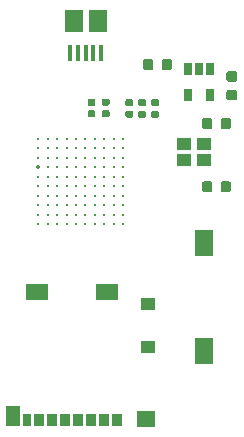
<source format=gbr>
G04 #@! TF.GenerationSoftware,KiCad,Pcbnew,5.0.2-bee76a0~70~ubuntu18.04.1*
G04 #@! TF.CreationDate,2018-12-10T15:17:23+01:00*
G04 #@! TF.ProjectId,sammyultra,73616d6d-7975-46c7-9472-612e6b696361,rev?*
G04 #@! TF.SameCoordinates,Original*
G04 #@! TF.FileFunction,Paste,Top*
G04 #@! TF.FilePolarity,Positive*
%FSLAX46Y46*%
G04 Gerber Fmt 4.6, Leading zero omitted, Abs format (unit mm)*
G04 Created by KiCad (PCBNEW 5.0.2-bee76a0~70~ubuntu18.04.1) date 2018-12-10T15:17:23 CET*
%MOMM*%
%LPD*%
G01*
G04 APERTURE LIST*
%ADD10R,1.600000X2.180000*%
%ADD11R,1.150000X1.000000*%
%ADD12C,0.100000*%
%ADD13C,0.875000*%
%ADD14C,0.590000*%
%ADD15R,0.750000X1.100000*%
%ADD16R,0.850000X1.100000*%
%ADD17R,0.875000X1.100000*%
%ADD18R,1.200000X1.000000*%
%ADD19R,1.900000X1.350000*%
%ADD20R,1.170000X1.800000*%
%ADD21R,1.550000X1.350000*%
%ADD22R,1.500000X1.900000*%
%ADD23R,0.400000X1.350000*%
%ADD24R,0.650000X1.060000*%
%ADD25C,0.320000*%
%ADD26C,0.350000*%
G04 APERTURE END LIST*
D10*
G04 #@! TO.C,SW1*
X105400000Y-100210000D03*
X105400000Y-109390000D03*
G04 #@! TD*
D11*
G04 #@! TO.C,Y1*
X103725000Y-93200000D03*
X105475000Y-93200000D03*
X105475000Y-91800000D03*
X103725000Y-91800000D03*
G04 #@! TD*
D12*
G04 #@! TO.C,C15*
G36*
X107527691Y-89626053D02*
X107548926Y-89629203D01*
X107569750Y-89634419D01*
X107589962Y-89641651D01*
X107609368Y-89650830D01*
X107627781Y-89661866D01*
X107645024Y-89674654D01*
X107660930Y-89689070D01*
X107675346Y-89704976D01*
X107688134Y-89722219D01*
X107699170Y-89740632D01*
X107708349Y-89760038D01*
X107715581Y-89780250D01*
X107720797Y-89801074D01*
X107723947Y-89822309D01*
X107725000Y-89843750D01*
X107725000Y-90356250D01*
X107723947Y-90377691D01*
X107720797Y-90398926D01*
X107715581Y-90419750D01*
X107708349Y-90439962D01*
X107699170Y-90459368D01*
X107688134Y-90477781D01*
X107675346Y-90495024D01*
X107660930Y-90510930D01*
X107645024Y-90525346D01*
X107627781Y-90538134D01*
X107609368Y-90549170D01*
X107589962Y-90558349D01*
X107569750Y-90565581D01*
X107548926Y-90570797D01*
X107527691Y-90573947D01*
X107506250Y-90575000D01*
X107068750Y-90575000D01*
X107047309Y-90573947D01*
X107026074Y-90570797D01*
X107005250Y-90565581D01*
X106985038Y-90558349D01*
X106965632Y-90549170D01*
X106947219Y-90538134D01*
X106929976Y-90525346D01*
X106914070Y-90510930D01*
X106899654Y-90495024D01*
X106886866Y-90477781D01*
X106875830Y-90459368D01*
X106866651Y-90439962D01*
X106859419Y-90419750D01*
X106854203Y-90398926D01*
X106851053Y-90377691D01*
X106850000Y-90356250D01*
X106850000Y-89843750D01*
X106851053Y-89822309D01*
X106854203Y-89801074D01*
X106859419Y-89780250D01*
X106866651Y-89760038D01*
X106875830Y-89740632D01*
X106886866Y-89722219D01*
X106899654Y-89704976D01*
X106914070Y-89689070D01*
X106929976Y-89674654D01*
X106947219Y-89661866D01*
X106965632Y-89650830D01*
X106985038Y-89641651D01*
X107005250Y-89634419D01*
X107026074Y-89629203D01*
X107047309Y-89626053D01*
X107068750Y-89625000D01*
X107506250Y-89625000D01*
X107527691Y-89626053D01*
X107527691Y-89626053D01*
G37*
D13*
X107287500Y-90100000D03*
D12*
G36*
X105952691Y-89626053D02*
X105973926Y-89629203D01*
X105994750Y-89634419D01*
X106014962Y-89641651D01*
X106034368Y-89650830D01*
X106052781Y-89661866D01*
X106070024Y-89674654D01*
X106085930Y-89689070D01*
X106100346Y-89704976D01*
X106113134Y-89722219D01*
X106124170Y-89740632D01*
X106133349Y-89760038D01*
X106140581Y-89780250D01*
X106145797Y-89801074D01*
X106148947Y-89822309D01*
X106150000Y-89843750D01*
X106150000Y-90356250D01*
X106148947Y-90377691D01*
X106145797Y-90398926D01*
X106140581Y-90419750D01*
X106133349Y-90439962D01*
X106124170Y-90459368D01*
X106113134Y-90477781D01*
X106100346Y-90495024D01*
X106085930Y-90510930D01*
X106070024Y-90525346D01*
X106052781Y-90538134D01*
X106034368Y-90549170D01*
X106014962Y-90558349D01*
X105994750Y-90565581D01*
X105973926Y-90570797D01*
X105952691Y-90573947D01*
X105931250Y-90575000D01*
X105493750Y-90575000D01*
X105472309Y-90573947D01*
X105451074Y-90570797D01*
X105430250Y-90565581D01*
X105410038Y-90558349D01*
X105390632Y-90549170D01*
X105372219Y-90538134D01*
X105354976Y-90525346D01*
X105339070Y-90510930D01*
X105324654Y-90495024D01*
X105311866Y-90477781D01*
X105300830Y-90459368D01*
X105291651Y-90439962D01*
X105284419Y-90419750D01*
X105279203Y-90398926D01*
X105276053Y-90377691D01*
X105275000Y-90356250D01*
X105275000Y-89843750D01*
X105276053Y-89822309D01*
X105279203Y-89801074D01*
X105284419Y-89780250D01*
X105291651Y-89760038D01*
X105300830Y-89740632D01*
X105311866Y-89722219D01*
X105324654Y-89704976D01*
X105339070Y-89689070D01*
X105354976Y-89674654D01*
X105372219Y-89661866D01*
X105390632Y-89650830D01*
X105410038Y-89641651D01*
X105430250Y-89634419D01*
X105451074Y-89629203D01*
X105472309Y-89626053D01*
X105493750Y-89625000D01*
X105931250Y-89625000D01*
X105952691Y-89626053D01*
X105952691Y-89626053D01*
G37*
D13*
X105712500Y-90100000D03*
G04 #@! TD*
D12*
G04 #@! TO.C,C16*
G36*
X105952691Y-94976053D02*
X105973926Y-94979203D01*
X105994750Y-94984419D01*
X106014962Y-94991651D01*
X106034368Y-95000830D01*
X106052781Y-95011866D01*
X106070024Y-95024654D01*
X106085930Y-95039070D01*
X106100346Y-95054976D01*
X106113134Y-95072219D01*
X106124170Y-95090632D01*
X106133349Y-95110038D01*
X106140581Y-95130250D01*
X106145797Y-95151074D01*
X106148947Y-95172309D01*
X106150000Y-95193750D01*
X106150000Y-95706250D01*
X106148947Y-95727691D01*
X106145797Y-95748926D01*
X106140581Y-95769750D01*
X106133349Y-95789962D01*
X106124170Y-95809368D01*
X106113134Y-95827781D01*
X106100346Y-95845024D01*
X106085930Y-95860930D01*
X106070024Y-95875346D01*
X106052781Y-95888134D01*
X106034368Y-95899170D01*
X106014962Y-95908349D01*
X105994750Y-95915581D01*
X105973926Y-95920797D01*
X105952691Y-95923947D01*
X105931250Y-95925000D01*
X105493750Y-95925000D01*
X105472309Y-95923947D01*
X105451074Y-95920797D01*
X105430250Y-95915581D01*
X105410038Y-95908349D01*
X105390632Y-95899170D01*
X105372219Y-95888134D01*
X105354976Y-95875346D01*
X105339070Y-95860930D01*
X105324654Y-95845024D01*
X105311866Y-95827781D01*
X105300830Y-95809368D01*
X105291651Y-95789962D01*
X105284419Y-95769750D01*
X105279203Y-95748926D01*
X105276053Y-95727691D01*
X105275000Y-95706250D01*
X105275000Y-95193750D01*
X105276053Y-95172309D01*
X105279203Y-95151074D01*
X105284419Y-95130250D01*
X105291651Y-95110038D01*
X105300830Y-95090632D01*
X105311866Y-95072219D01*
X105324654Y-95054976D01*
X105339070Y-95039070D01*
X105354976Y-95024654D01*
X105372219Y-95011866D01*
X105390632Y-95000830D01*
X105410038Y-94991651D01*
X105430250Y-94984419D01*
X105451074Y-94979203D01*
X105472309Y-94976053D01*
X105493750Y-94975000D01*
X105931250Y-94975000D01*
X105952691Y-94976053D01*
X105952691Y-94976053D01*
G37*
D13*
X105712500Y-95450000D03*
D12*
G36*
X107527691Y-94976053D02*
X107548926Y-94979203D01*
X107569750Y-94984419D01*
X107589962Y-94991651D01*
X107609368Y-95000830D01*
X107627781Y-95011866D01*
X107645024Y-95024654D01*
X107660930Y-95039070D01*
X107675346Y-95054976D01*
X107688134Y-95072219D01*
X107699170Y-95090632D01*
X107708349Y-95110038D01*
X107715581Y-95130250D01*
X107720797Y-95151074D01*
X107723947Y-95172309D01*
X107725000Y-95193750D01*
X107725000Y-95706250D01*
X107723947Y-95727691D01*
X107720797Y-95748926D01*
X107715581Y-95769750D01*
X107708349Y-95789962D01*
X107699170Y-95809368D01*
X107688134Y-95827781D01*
X107675346Y-95845024D01*
X107660930Y-95860930D01*
X107645024Y-95875346D01*
X107627781Y-95888134D01*
X107609368Y-95899170D01*
X107589962Y-95908349D01*
X107569750Y-95915581D01*
X107548926Y-95920797D01*
X107527691Y-95923947D01*
X107506250Y-95925000D01*
X107068750Y-95925000D01*
X107047309Y-95923947D01*
X107026074Y-95920797D01*
X107005250Y-95915581D01*
X106985038Y-95908349D01*
X106965632Y-95899170D01*
X106947219Y-95888134D01*
X106929976Y-95875346D01*
X106914070Y-95860930D01*
X106899654Y-95845024D01*
X106886866Y-95827781D01*
X106875830Y-95809368D01*
X106866651Y-95789962D01*
X106859419Y-95769750D01*
X106854203Y-95748926D01*
X106851053Y-95727691D01*
X106850000Y-95706250D01*
X106850000Y-95193750D01*
X106851053Y-95172309D01*
X106854203Y-95151074D01*
X106859419Y-95130250D01*
X106866651Y-95110038D01*
X106875830Y-95090632D01*
X106886866Y-95072219D01*
X106899654Y-95054976D01*
X106914070Y-95039070D01*
X106929976Y-95024654D01*
X106947219Y-95011866D01*
X106965632Y-95000830D01*
X106985038Y-94991651D01*
X107005250Y-94984419D01*
X107026074Y-94979203D01*
X107047309Y-94976053D01*
X107068750Y-94975000D01*
X107506250Y-94975000D01*
X107527691Y-94976053D01*
X107527691Y-94976053D01*
G37*
D13*
X107287500Y-95450000D03*
G04 #@! TD*
D12*
G04 #@! TO.C,R1*
G36*
X97306958Y-87980710D02*
X97321276Y-87982834D01*
X97335317Y-87986351D01*
X97348946Y-87991228D01*
X97362031Y-87997417D01*
X97374447Y-88004858D01*
X97386073Y-88013481D01*
X97396798Y-88023202D01*
X97406519Y-88033927D01*
X97415142Y-88045553D01*
X97422583Y-88057969D01*
X97428772Y-88071054D01*
X97433649Y-88084683D01*
X97437166Y-88098724D01*
X97439290Y-88113042D01*
X97440000Y-88127500D01*
X97440000Y-88422500D01*
X97439290Y-88436958D01*
X97437166Y-88451276D01*
X97433649Y-88465317D01*
X97428772Y-88478946D01*
X97422583Y-88492031D01*
X97415142Y-88504447D01*
X97406519Y-88516073D01*
X97396798Y-88526798D01*
X97386073Y-88536519D01*
X97374447Y-88545142D01*
X97362031Y-88552583D01*
X97348946Y-88558772D01*
X97335317Y-88563649D01*
X97321276Y-88567166D01*
X97306958Y-88569290D01*
X97292500Y-88570000D01*
X96947500Y-88570000D01*
X96933042Y-88569290D01*
X96918724Y-88567166D01*
X96904683Y-88563649D01*
X96891054Y-88558772D01*
X96877969Y-88552583D01*
X96865553Y-88545142D01*
X96853927Y-88536519D01*
X96843202Y-88526798D01*
X96833481Y-88516073D01*
X96824858Y-88504447D01*
X96817417Y-88492031D01*
X96811228Y-88478946D01*
X96806351Y-88465317D01*
X96802834Y-88451276D01*
X96800710Y-88436958D01*
X96800000Y-88422500D01*
X96800000Y-88127500D01*
X96800710Y-88113042D01*
X96802834Y-88098724D01*
X96806351Y-88084683D01*
X96811228Y-88071054D01*
X96817417Y-88057969D01*
X96824858Y-88045553D01*
X96833481Y-88033927D01*
X96843202Y-88023202D01*
X96853927Y-88013481D01*
X96865553Y-88004858D01*
X96877969Y-87997417D01*
X96891054Y-87991228D01*
X96904683Y-87986351D01*
X96918724Y-87982834D01*
X96933042Y-87980710D01*
X96947500Y-87980000D01*
X97292500Y-87980000D01*
X97306958Y-87980710D01*
X97306958Y-87980710D01*
G37*
D14*
X97120000Y-88275000D03*
D12*
G36*
X97306958Y-88950710D02*
X97321276Y-88952834D01*
X97335317Y-88956351D01*
X97348946Y-88961228D01*
X97362031Y-88967417D01*
X97374447Y-88974858D01*
X97386073Y-88983481D01*
X97396798Y-88993202D01*
X97406519Y-89003927D01*
X97415142Y-89015553D01*
X97422583Y-89027969D01*
X97428772Y-89041054D01*
X97433649Y-89054683D01*
X97437166Y-89068724D01*
X97439290Y-89083042D01*
X97440000Y-89097500D01*
X97440000Y-89392500D01*
X97439290Y-89406958D01*
X97437166Y-89421276D01*
X97433649Y-89435317D01*
X97428772Y-89448946D01*
X97422583Y-89462031D01*
X97415142Y-89474447D01*
X97406519Y-89486073D01*
X97396798Y-89496798D01*
X97386073Y-89506519D01*
X97374447Y-89515142D01*
X97362031Y-89522583D01*
X97348946Y-89528772D01*
X97335317Y-89533649D01*
X97321276Y-89537166D01*
X97306958Y-89539290D01*
X97292500Y-89540000D01*
X96947500Y-89540000D01*
X96933042Y-89539290D01*
X96918724Y-89537166D01*
X96904683Y-89533649D01*
X96891054Y-89528772D01*
X96877969Y-89522583D01*
X96865553Y-89515142D01*
X96853927Y-89506519D01*
X96843202Y-89496798D01*
X96833481Y-89486073D01*
X96824858Y-89474447D01*
X96817417Y-89462031D01*
X96811228Y-89448946D01*
X96806351Y-89435317D01*
X96802834Y-89421276D01*
X96800710Y-89406958D01*
X96800000Y-89392500D01*
X96800000Y-89097500D01*
X96800710Y-89083042D01*
X96802834Y-89068724D01*
X96806351Y-89054683D01*
X96811228Y-89041054D01*
X96817417Y-89027969D01*
X96824858Y-89015553D01*
X96833481Y-89003927D01*
X96843202Y-88993202D01*
X96853927Y-88983481D01*
X96865553Y-88974858D01*
X96877969Y-88967417D01*
X96891054Y-88961228D01*
X96904683Y-88956351D01*
X96918724Y-88952834D01*
X96933042Y-88950710D01*
X96947500Y-88950000D01*
X97292500Y-88950000D01*
X97306958Y-88950710D01*
X97306958Y-88950710D01*
G37*
D14*
X97120000Y-89245000D03*
G04 #@! TD*
D12*
G04 #@! TO.C,R2*
G36*
X96116958Y-88980710D02*
X96131276Y-88982834D01*
X96145317Y-88986351D01*
X96158946Y-88991228D01*
X96172031Y-88997417D01*
X96184447Y-89004858D01*
X96196073Y-89013481D01*
X96206798Y-89023202D01*
X96216519Y-89033927D01*
X96225142Y-89045553D01*
X96232583Y-89057969D01*
X96238772Y-89071054D01*
X96243649Y-89084683D01*
X96247166Y-89098724D01*
X96249290Y-89113042D01*
X96250000Y-89127500D01*
X96250000Y-89422500D01*
X96249290Y-89436958D01*
X96247166Y-89451276D01*
X96243649Y-89465317D01*
X96238772Y-89478946D01*
X96232583Y-89492031D01*
X96225142Y-89504447D01*
X96216519Y-89516073D01*
X96206798Y-89526798D01*
X96196073Y-89536519D01*
X96184447Y-89545142D01*
X96172031Y-89552583D01*
X96158946Y-89558772D01*
X96145317Y-89563649D01*
X96131276Y-89567166D01*
X96116958Y-89569290D01*
X96102500Y-89570000D01*
X95757500Y-89570000D01*
X95743042Y-89569290D01*
X95728724Y-89567166D01*
X95714683Y-89563649D01*
X95701054Y-89558772D01*
X95687969Y-89552583D01*
X95675553Y-89545142D01*
X95663927Y-89536519D01*
X95653202Y-89526798D01*
X95643481Y-89516073D01*
X95634858Y-89504447D01*
X95627417Y-89492031D01*
X95621228Y-89478946D01*
X95616351Y-89465317D01*
X95612834Y-89451276D01*
X95610710Y-89436958D01*
X95610000Y-89422500D01*
X95610000Y-89127500D01*
X95610710Y-89113042D01*
X95612834Y-89098724D01*
X95616351Y-89084683D01*
X95621228Y-89071054D01*
X95627417Y-89057969D01*
X95634858Y-89045553D01*
X95643481Y-89033927D01*
X95653202Y-89023202D01*
X95663927Y-89013481D01*
X95675553Y-89004858D01*
X95687969Y-88997417D01*
X95701054Y-88991228D01*
X95714683Y-88986351D01*
X95728724Y-88982834D01*
X95743042Y-88980710D01*
X95757500Y-88980000D01*
X96102500Y-88980000D01*
X96116958Y-88980710D01*
X96116958Y-88980710D01*
G37*
D14*
X95930000Y-89275000D03*
D12*
G36*
X96116958Y-88010710D02*
X96131276Y-88012834D01*
X96145317Y-88016351D01*
X96158946Y-88021228D01*
X96172031Y-88027417D01*
X96184447Y-88034858D01*
X96196073Y-88043481D01*
X96206798Y-88053202D01*
X96216519Y-88063927D01*
X96225142Y-88075553D01*
X96232583Y-88087969D01*
X96238772Y-88101054D01*
X96243649Y-88114683D01*
X96247166Y-88128724D01*
X96249290Y-88143042D01*
X96250000Y-88157500D01*
X96250000Y-88452500D01*
X96249290Y-88466958D01*
X96247166Y-88481276D01*
X96243649Y-88495317D01*
X96238772Y-88508946D01*
X96232583Y-88522031D01*
X96225142Y-88534447D01*
X96216519Y-88546073D01*
X96206798Y-88556798D01*
X96196073Y-88566519D01*
X96184447Y-88575142D01*
X96172031Y-88582583D01*
X96158946Y-88588772D01*
X96145317Y-88593649D01*
X96131276Y-88597166D01*
X96116958Y-88599290D01*
X96102500Y-88600000D01*
X95757500Y-88600000D01*
X95743042Y-88599290D01*
X95728724Y-88597166D01*
X95714683Y-88593649D01*
X95701054Y-88588772D01*
X95687969Y-88582583D01*
X95675553Y-88575142D01*
X95663927Y-88566519D01*
X95653202Y-88556798D01*
X95643481Y-88546073D01*
X95634858Y-88534447D01*
X95627417Y-88522031D01*
X95621228Y-88508946D01*
X95616351Y-88495317D01*
X95612834Y-88481276D01*
X95610710Y-88466958D01*
X95610000Y-88452500D01*
X95610000Y-88157500D01*
X95610710Y-88143042D01*
X95612834Y-88128724D01*
X95616351Y-88114683D01*
X95621228Y-88101054D01*
X95627417Y-88087969D01*
X95634858Y-88075553D01*
X95643481Y-88063927D01*
X95653202Y-88053202D01*
X95663927Y-88043481D01*
X95675553Y-88034858D01*
X95687969Y-88027417D01*
X95701054Y-88021228D01*
X95714683Y-88016351D01*
X95728724Y-88012834D01*
X95743042Y-88010710D01*
X95757500Y-88010000D01*
X96102500Y-88010000D01*
X96116958Y-88010710D01*
X96116958Y-88010710D01*
G37*
D14*
X95930000Y-88305000D03*
G04 #@! TD*
D15*
G04 #@! TO.C,J2*
X90455000Y-115200000D03*
D16*
X91505000Y-115200000D03*
X92605000Y-115200000D03*
X93705000Y-115200000D03*
X94805000Y-115200000D03*
X95905000Y-115200000D03*
D17*
X97005000Y-115200000D03*
D16*
X98105000Y-115200000D03*
D18*
X100740000Y-109050000D03*
X100740000Y-105350000D03*
D19*
X91270000Y-104375000D03*
X97240000Y-104375000D03*
D20*
X89245000Y-114850000D03*
D21*
X100565000Y-115075000D03*
G04 #@! TD*
D12*
G04 #@! TO.C,C18*
G36*
X101486958Y-89010710D02*
X101501276Y-89012834D01*
X101515317Y-89016351D01*
X101528946Y-89021228D01*
X101542031Y-89027417D01*
X101554447Y-89034858D01*
X101566073Y-89043481D01*
X101576798Y-89053202D01*
X101586519Y-89063927D01*
X101595142Y-89075553D01*
X101602583Y-89087969D01*
X101608772Y-89101054D01*
X101613649Y-89114683D01*
X101617166Y-89128724D01*
X101619290Y-89143042D01*
X101620000Y-89157500D01*
X101620000Y-89452500D01*
X101619290Y-89466958D01*
X101617166Y-89481276D01*
X101613649Y-89495317D01*
X101608772Y-89508946D01*
X101602583Y-89522031D01*
X101595142Y-89534447D01*
X101586519Y-89546073D01*
X101576798Y-89556798D01*
X101566073Y-89566519D01*
X101554447Y-89575142D01*
X101542031Y-89582583D01*
X101528946Y-89588772D01*
X101515317Y-89593649D01*
X101501276Y-89597166D01*
X101486958Y-89599290D01*
X101472500Y-89600000D01*
X101127500Y-89600000D01*
X101113042Y-89599290D01*
X101098724Y-89597166D01*
X101084683Y-89593649D01*
X101071054Y-89588772D01*
X101057969Y-89582583D01*
X101045553Y-89575142D01*
X101033927Y-89566519D01*
X101023202Y-89556798D01*
X101013481Y-89546073D01*
X101004858Y-89534447D01*
X100997417Y-89522031D01*
X100991228Y-89508946D01*
X100986351Y-89495317D01*
X100982834Y-89481276D01*
X100980710Y-89466958D01*
X100980000Y-89452500D01*
X100980000Y-89157500D01*
X100980710Y-89143042D01*
X100982834Y-89128724D01*
X100986351Y-89114683D01*
X100991228Y-89101054D01*
X100997417Y-89087969D01*
X101004858Y-89075553D01*
X101013481Y-89063927D01*
X101023202Y-89053202D01*
X101033927Y-89043481D01*
X101045553Y-89034858D01*
X101057969Y-89027417D01*
X101071054Y-89021228D01*
X101084683Y-89016351D01*
X101098724Y-89012834D01*
X101113042Y-89010710D01*
X101127500Y-89010000D01*
X101472500Y-89010000D01*
X101486958Y-89010710D01*
X101486958Y-89010710D01*
G37*
D14*
X101300000Y-89305000D03*
D12*
G36*
X101486958Y-88040710D02*
X101501276Y-88042834D01*
X101515317Y-88046351D01*
X101528946Y-88051228D01*
X101542031Y-88057417D01*
X101554447Y-88064858D01*
X101566073Y-88073481D01*
X101576798Y-88083202D01*
X101586519Y-88093927D01*
X101595142Y-88105553D01*
X101602583Y-88117969D01*
X101608772Y-88131054D01*
X101613649Y-88144683D01*
X101617166Y-88158724D01*
X101619290Y-88173042D01*
X101620000Y-88187500D01*
X101620000Y-88482500D01*
X101619290Y-88496958D01*
X101617166Y-88511276D01*
X101613649Y-88525317D01*
X101608772Y-88538946D01*
X101602583Y-88552031D01*
X101595142Y-88564447D01*
X101586519Y-88576073D01*
X101576798Y-88586798D01*
X101566073Y-88596519D01*
X101554447Y-88605142D01*
X101542031Y-88612583D01*
X101528946Y-88618772D01*
X101515317Y-88623649D01*
X101501276Y-88627166D01*
X101486958Y-88629290D01*
X101472500Y-88630000D01*
X101127500Y-88630000D01*
X101113042Y-88629290D01*
X101098724Y-88627166D01*
X101084683Y-88623649D01*
X101071054Y-88618772D01*
X101057969Y-88612583D01*
X101045553Y-88605142D01*
X101033927Y-88596519D01*
X101023202Y-88586798D01*
X101013481Y-88576073D01*
X101004858Y-88564447D01*
X100997417Y-88552031D01*
X100991228Y-88538946D01*
X100986351Y-88525317D01*
X100982834Y-88511276D01*
X100980710Y-88496958D01*
X100980000Y-88482500D01*
X100980000Y-88187500D01*
X100980710Y-88173042D01*
X100982834Y-88158724D01*
X100986351Y-88144683D01*
X100991228Y-88131054D01*
X100997417Y-88117969D01*
X101004858Y-88105553D01*
X101013481Y-88093927D01*
X101023202Y-88083202D01*
X101033927Y-88073481D01*
X101045553Y-88064858D01*
X101057969Y-88057417D01*
X101071054Y-88051228D01*
X101084683Y-88046351D01*
X101098724Y-88042834D01*
X101113042Y-88040710D01*
X101127500Y-88040000D01*
X101472500Y-88040000D01*
X101486958Y-88040710D01*
X101486958Y-88040710D01*
G37*
D14*
X101300000Y-88335000D03*
G04 #@! TD*
D12*
G04 #@! TO.C,R4*
G36*
X100386958Y-89010710D02*
X100401276Y-89012834D01*
X100415317Y-89016351D01*
X100428946Y-89021228D01*
X100442031Y-89027417D01*
X100454447Y-89034858D01*
X100466073Y-89043481D01*
X100476798Y-89053202D01*
X100486519Y-89063927D01*
X100495142Y-89075553D01*
X100502583Y-89087969D01*
X100508772Y-89101054D01*
X100513649Y-89114683D01*
X100517166Y-89128724D01*
X100519290Y-89143042D01*
X100520000Y-89157500D01*
X100520000Y-89452500D01*
X100519290Y-89466958D01*
X100517166Y-89481276D01*
X100513649Y-89495317D01*
X100508772Y-89508946D01*
X100502583Y-89522031D01*
X100495142Y-89534447D01*
X100486519Y-89546073D01*
X100476798Y-89556798D01*
X100466073Y-89566519D01*
X100454447Y-89575142D01*
X100442031Y-89582583D01*
X100428946Y-89588772D01*
X100415317Y-89593649D01*
X100401276Y-89597166D01*
X100386958Y-89599290D01*
X100372500Y-89600000D01*
X100027500Y-89600000D01*
X100013042Y-89599290D01*
X99998724Y-89597166D01*
X99984683Y-89593649D01*
X99971054Y-89588772D01*
X99957969Y-89582583D01*
X99945553Y-89575142D01*
X99933927Y-89566519D01*
X99923202Y-89556798D01*
X99913481Y-89546073D01*
X99904858Y-89534447D01*
X99897417Y-89522031D01*
X99891228Y-89508946D01*
X99886351Y-89495317D01*
X99882834Y-89481276D01*
X99880710Y-89466958D01*
X99880000Y-89452500D01*
X99880000Y-89157500D01*
X99880710Y-89143042D01*
X99882834Y-89128724D01*
X99886351Y-89114683D01*
X99891228Y-89101054D01*
X99897417Y-89087969D01*
X99904858Y-89075553D01*
X99913481Y-89063927D01*
X99923202Y-89053202D01*
X99933927Y-89043481D01*
X99945553Y-89034858D01*
X99957969Y-89027417D01*
X99971054Y-89021228D01*
X99984683Y-89016351D01*
X99998724Y-89012834D01*
X100013042Y-89010710D01*
X100027500Y-89010000D01*
X100372500Y-89010000D01*
X100386958Y-89010710D01*
X100386958Y-89010710D01*
G37*
D14*
X100200000Y-89305000D03*
D12*
G36*
X100386958Y-88040710D02*
X100401276Y-88042834D01*
X100415317Y-88046351D01*
X100428946Y-88051228D01*
X100442031Y-88057417D01*
X100454447Y-88064858D01*
X100466073Y-88073481D01*
X100476798Y-88083202D01*
X100486519Y-88093927D01*
X100495142Y-88105553D01*
X100502583Y-88117969D01*
X100508772Y-88131054D01*
X100513649Y-88144683D01*
X100517166Y-88158724D01*
X100519290Y-88173042D01*
X100520000Y-88187500D01*
X100520000Y-88482500D01*
X100519290Y-88496958D01*
X100517166Y-88511276D01*
X100513649Y-88525317D01*
X100508772Y-88538946D01*
X100502583Y-88552031D01*
X100495142Y-88564447D01*
X100486519Y-88576073D01*
X100476798Y-88586798D01*
X100466073Y-88596519D01*
X100454447Y-88605142D01*
X100442031Y-88612583D01*
X100428946Y-88618772D01*
X100415317Y-88623649D01*
X100401276Y-88627166D01*
X100386958Y-88629290D01*
X100372500Y-88630000D01*
X100027500Y-88630000D01*
X100013042Y-88629290D01*
X99998724Y-88627166D01*
X99984683Y-88623649D01*
X99971054Y-88618772D01*
X99957969Y-88612583D01*
X99945553Y-88605142D01*
X99933927Y-88596519D01*
X99923202Y-88586798D01*
X99913481Y-88576073D01*
X99904858Y-88564447D01*
X99897417Y-88552031D01*
X99891228Y-88538946D01*
X99886351Y-88525317D01*
X99882834Y-88511276D01*
X99880710Y-88496958D01*
X99880000Y-88482500D01*
X99880000Y-88187500D01*
X99880710Y-88173042D01*
X99882834Y-88158724D01*
X99886351Y-88144683D01*
X99891228Y-88131054D01*
X99897417Y-88117969D01*
X99904858Y-88105553D01*
X99913481Y-88093927D01*
X99923202Y-88083202D01*
X99933927Y-88073481D01*
X99945553Y-88064858D01*
X99957969Y-88057417D01*
X99971054Y-88051228D01*
X99984683Y-88046351D01*
X99998724Y-88042834D01*
X100013042Y-88040710D01*
X100027500Y-88040000D01*
X100372500Y-88040000D01*
X100386958Y-88040710D01*
X100386958Y-88040710D01*
G37*
D14*
X100200000Y-88335000D03*
G04 #@! TD*
D12*
G04 #@! TO.C,C1*
G36*
X99296958Y-88030710D02*
X99311276Y-88032834D01*
X99325317Y-88036351D01*
X99338946Y-88041228D01*
X99352031Y-88047417D01*
X99364447Y-88054858D01*
X99376073Y-88063481D01*
X99386798Y-88073202D01*
X99396519Y-88083927D01*
X99405142Y-88095553D01*
X99412583Y-88107969D01*
X99418772Y-88121054D01*
X99423649Y-88134683D01*
X99427166Y-88148724D01*
X99429290Y-88163042D01*
X99430000Y-88177500D01*
X99430000Y-88472500D01*
X99429290Y-88486958D01*
X99427166Y-88501276D01*
X99423649Y-88515317D01*
X99418772Y-88528946D01*
X99412583Y-88542031D01*
X99405142Y-88554447D01*
X99396519Y-88566073D01*
X99386798Y-88576798D01*
X99376073Y-88586519D01*
X99364447Y-88595142D01*
X99352031Y-88602583D01*
X99338946Y-88608772D01*
X99325317Y-88613649D01*
X99311276Y-88617166D01*
X99296958Y-88619290D01*
X99282500Y-88620000D01*
X98937500Y-88620000D01*
X98923042Y-88619290D01*
X98908724Y-88617166D01*
X98894683Y-88613649D01*
X98881054Y-88608772D01*
X98867969Y-88602583D01*
X98855553Y-88595142D01*
X98843927Y-88586519D01*
X98833202Y-88576798D01*
X98823481Y-88566073D01*
X98814858Y-88554447D01*
X98807417Y-88542031D01*
X98801228Y-88528946D01*
X98796351Y-88515317D01*
X98792834Y-88501276D01*
X98790710Y-88486958D01*
X98790000Y-88472500D01*
X98790000Y-88177500D01*
X98790710Y-88163042D01*
X98792834Y-88148724D01*
X98796351Y-88134683D01*
X98801228Y-88121054D01*
X98807417Y-88107969D01*
X98814858Y-88095553D01*
X98823481Y-88083927D01*
X98833202Y-88073202D01*
X98843927Y-88063481D01*
X98855553Y-88054858D01*
X98867969Y-88047417D01*
X98881054Y-88041228D01*
X98894683Y-88036351D01*
X98908724Y-88032834D01*
X98923042Y-88030710D01*
X98937500Y-88030000D01*
X99282500Y-88030000D01*
X99296958Y-88030710D01*
X99296958Y-88030710D01*
G37*
D14*
X99110000Y-88325000D03*
D12*
G36*
X99296958Y-89000710D02*
X99311276Y-89002834D01*
X99325317Y-89006351D01*
X99338946Y-89011228D01*
X99352031Y-89017417D01*
X99364447Y-89024858D01*
X99376073Y-89033481D01*
X99386798Y-89043202D01*
X99396519Y-89053927D01*
X99405142Y-89065553D01*
X99412583Y-89077969D01*
X99418772Y-89091054D01*
X99423649Y-89104683D01*
X99427166Y-89118724D01*
X99429290Y-89133042D01*
X99430000Y-89147500D01*
X99430000Y-89442500D01*
X99429290Y-89456958D01*
X99427166Y-89471276D01*
X99423649Y-89485317D01*
X99418772Y-89498946D01*
X99412583Y-89512031D01*
X99405142Y-89524447D01*
X99396519Y-89536073D01*
X99386798Y-89546798D01*
X99376073Y-89556519D01*
X99364447Y-89565142D01*
X99352031Y-89572583D01*
X99338946Y-89578772D01*
X99325317Y-89583649D01*
X99311276Y-89587166D01*
X99296958Y-89589290D01*
X99282500Y-89590000D01*
X98937500Y-89590000D01*
X98923042Y-89589290D01*
X98908724Y-89587166D01*
X98894683Y-89583649D01*
X98881054Y-89578772D01*
X98867969Y-89572583D01*
X98855553Y-89565142D01*
X98843927Y-89556519D01*
X98833202Y-89546798D01*
X98823481Y-89536073D01*
X98814858Y-89524447D01*
X98807417Y-89512031D01*
X98801228Y-89498946D01*
X98796351Y-89485317D01*
X98792834Y-89471276D01*
X98790710Y-89456958D01*
X98790000Y-89442500D01*
X98790000Y-89147500D01*
X98790710Y-89133042D01*
X98792834Y-89118724D01*
X98796351Y-89104683D01*
X98801228Y-89091054D01*
X98807417Y-89077969D01*
X98814858Y-89065553D01*
X98823481Y-89053927D01*
X98833202Y-89043202D01*
X98843927Y-89033481D01*
X98855553Y-89024858D01*
X98867969Y-89017417D01*
X98881054Y-89011228D01*
X98894683Y-89006351D01*
X98908724Y-89002834D01*
X98923042Y-89000710D01*
X98937500Y-89000000D01*
X99282500Y-89000000D01*
X99296958Y-89000710D01*
X99296958Y-89000710D01*
G37*
D14*
X99110000Y-89295000D03*
G04 #@! TD*
D12*
G04 #@! TO.C,C20*
G36*
X108077691Y-85676053D02*
X108098926Y-85679203D01*
X108119750Y-85684419D01*
X108139962Y-85691651D01*
X108159368Y-85700830D01*
X108177781Y-85711866D01*
X108195024Y-85724654D01*
X108210930Y-85739070D01*
X108225346Y-85754976D01*
X108238134Y-85772219D01*
X108249170Y-85790632D01*
X108258349Y-85810038D01*
X108265581Y-85830250D01*
X108270797Y-85851074D01*
X108273947Y-85872309D01*
X108275000Y-85893750D01*
X108275000Y-86331250D01*
X108273947Y-86352691D01*
X108270797Y-86373926D01*
X108265581Y-86394750D01*
X108258349Y-86414962D01*
X108249170Y-86434368D01*
X108238134Y-86452781D01*
X108225346Y-86470024D01*
X108210930Y-86485930D01*
X108195024Y-86500346D01*
X108177781Y-86513134D01*
X108159368Y-86524170D01*
X108139962Y-86533349D01*
X108119750Y-86540581D01*
X108098926Y-86545797D01*
X108077691Y-86548947D01*
X108056250Y-86550000D01*
X107543750Y-86550000D01*
X107522309Y-86548947D01*
X107501074Y-86545797D01*
X107480250Y-86540581D01*
X107460038Y-86533349D01*
X107440632Y-86524170D01*
X107422219Y-86513134D01*
X107404976Y-86500346D01*
X107389070Y-86485930D01*
X107374654Y-86470024D01*
X107361866Y-86452781D01*
X107350830Y-86434368D01*
X107341651Y-86414962D01*
X107334419Y-86394750D01*
X107329203Y-86373926D01*
X107326053Y-86352691D01*
X107325000Y-86331250D01*
X107325000Y-85893750D01*
X107326053Y-85872309D01*
X107329203Y-85851074D01*
X107334419Y-85830250D01*
X107341651Y-85810038D01*
X107350830Y-85790632D01*
X107361866Y-85772219D01*
X107374654Y-85754976D01*
X107389070Y-85739070D01*
X107404976Y-85724654D01*
X107422219Y-85711866D01*
X107440632Y-85700830D01*
X107460038Y-85691651D01*
X107480250Y-85684419D01*
X107501074Y-85679203D01*
X107522309Y-85676053D01*
X107543750Y-85675000D01*
X108056250Y-85675000D01*
X108077691Y-85676053D01*
X108077691Y-85676053D01*
G37*
D13*
X107800000Y-86112500D03*
D12*
G36*
X108077691Y-87251053D02*
X108098926Y-87254203D01*
X108119750Y-87259419D01*
X108139962Y-87266651D01*
X108159368Y-87275830D01*
X108177781Y-87286866D01*
X108195024Y-87299654D01*
X108210930Y-87314070D01*
X108225346Y-87329976D01*
X108238134Y-87347219D01*
X108249170Y-87365632D01*
X108258349Y-87385038D01*
X108265581Y-87405250D01*
X108270797Y-87426074D01*
X108273947Y-87447309D01*
X108275000Y-87468750D01*
X108275000Y-87906250D01*
X108273947Y-87927691D01*
X108270797Y-87948926D01*
X108265581Y-87969750D01*
X108258349Y-87989962D01*
X108249170Y-88009368D01*
X108238134Y-88027781D01*
X108225346Y-88045024D01*
X108210930Y-88060930D01*
X108195024Y-88075346D01*
X108177781Y-88088134D01*
X108159368Y-88099170D01*
X108139962Y-88108349D01*
X108119750Y-88115581D01*
X108098926Y-88120797D01*
X108077691Y-88123947D01*
X108056250Y-88125000D01*
X107543750Y-88125000D01*
X107522309Y-88123947D01*
X107501074Y-88120797D01*
X107480250Y-88115581D01*
X107460038Y-88108349D01*
X107440632Y-88099170D01*
X107422219Y-88088134D01*
X107404976Y-88075346D01*
X107389070Y-88060930D01*
X107374654Y-88045024D01*
X107361866Y-88027781D01*
X107350830Y-88009368D01*
X107341651Y-87989962D01*
X107334419Y-87969750D01*
X107329203Y-87948926D01*
X107326053Y-87927691D01*
X107325000Y-87906250D01*
X107325000Y-87468750D01*
X107326053Y-87447309D01*
X107329203Y-87426074D01*
X107334419Y-87405250D01*
X107341651Y-87385038D01*
X107350830Y-87365632D01*
X107361866Y-87347219D01*
X107374654Y-87329976D01*
X107389070Y-87314070D01*
X107404976Y-87299654D01*
X107422219Y-87286866D01*
X107440632Y-87275830D01*
X107460038Y-87266651D01*
X107480250Y-87259419D01*
X107501074Y-87254203D01*
X107522309Y-87251053D01*
X107543750Y-87250000D01*
X108056250Y-87250000D01*
X108077691Y-87251053D01*
X108077691Y-87251053D01*
G37*
D13*
X107800000Y-87687500D03*
G04 #@! TD*
D12*
G04 #@! TO.C,C19*
G36*
X102527691Y-84626053D02*
X102548926Y-84629203D01*
X102569750Y-84634419D01*
X102589962Y-84641651D01*
X102609368Y-84650830D01*
X102627781Y-84661866D01*
X102645024Y-84674654D01*
X102660930Y-84689070D01*
X102675346Y-84704976D01*
X102688134Y-84722219D01*
X102699170Y-84740632D01*
X102708349Y-84760038D01*
X102715581Y-84780250D01*
X102720797Y-84801074D01*
X102723947Y-84822309D01*
X102725000Y-84843750D01*
X102725000Y-85356250D01*
X102723947Y-85377691D01*
X102720797Y-85398926D01*
X102715581Y-85419750D01*
X102708349Y-85439962D01*
X102699170Y-85459368D01*
X102688134Y-85477781D01*
X102675346Y-85495024D01*
X102660930Y-85510930D01*
X102645024Y-85525346D01*
X102627781Y-85538134D01*
X102609368Y-85549170D01*
X102589962Y-85558349D01*
X102569750Y-85565581D01*
X102548926Y-85570797D01*
X102527691Y-85573947D01*
X102506250Y-85575000D01*
X102068750Y-85575000D01*
X102047309Y-85573947D01*
X102026074Y-85570797D01*
X102005250Y-85565581D01*
X101985038Y-85558349D01*
X101965632Y-85549170D01*
X101947219Y-85538134D01*
X101929976Y-85525346D01*
X101914070Y-85510930D01*
X101899654Y-85495024D01*
X101886866Y-85477781D01*
X101875830Y-85459368D01*
X101866651Y-85439962D01*
X101859419Y-85419750D01*
X101854203Y-85398926D01*
X101851053Y-85377691D01*
X101850000Y-85356250D01*
X101850000Y-84843750D01*
X101851053Y-84822309D01*
X101854203Y-84801074D01*
X101859419Y-84780250D01*
X101866651Y-84760038D01*
X101875830Y-84740632D01*
X101886866Y-84722219D01*
X101899654Y-84704976D01*
X101914070Y-84689070D01*
X101929976Y-84674654D01*
X101947219Y-84661866D01*
X101965632Y-84650830D01*
X101985038Y-84641651D01*
X102005250Y-84634419D01*
X102026074Y-84629203D01*
X102047309Y-84626053D01*
X102068750Y-84625000D01*
X102506250Y-84625000D01*
X102527691Y-84626053D01*
X102527691Y-84626053D01*
G37*
D13*
X102287500Y-85100000D03*
D12*
G36*
X100952691Y-84626053D02*
X100973926Y-84629203D01*
X100994750Y-84634419D01*
X101014962Y-84641651D01*
X101034368Y-84650830D01*
X101052781Y-84661866D01*
X101070024Y-84674654D01*
X101085930Y-84689070D01*
X101100346Y-84704976D01*
X101113134Y-84722219D01*
X101124170Y-84740632D01*
X101133349Y-84760038D01*
X101140581Y-84780250D01*
X101145797Y-84801074D01*
X101148947Y-84822309D01*
X101150000Y-84843750D01*
X101150000Y-85356250D01*
X101148947Y-85377691D01*
X101145797Y-85398926D01*
X101140581Y-85419750D01*
X101133349Y-85439962D01*
X101124170Y-85459368D01*
X101113134Y-85477781D01*
X101100346Y-85495024D01*
X101085930Y-85510930D01*
X101070024Y-85525346D01*
X101052781Y-85538134D01*
X101034368Y-85549170D01*
X101014962Y-85558349D01*
X100994750Y-85565581D01*
X100973926Y-85570797D01*
X100952691Y-85573947D01*
X100931250Y-85575000D01*
X100493750Y-85575000D01*
X100472309Y-85573947D01*
X100451074Y-85570797D01*
X100430250Y-85565581D01*
X100410038Y-85558349D01*
X100390632Y-85549170D01*
X100372219Y-85538134D01*
X100354976Y-85525346D01*
X100339070Y-85510930D01*
X100324654Y-85495024D01*
X100311866Y-85477781D01*
X100300830Y-85459368D01*
X100291651Y-85439962D01*
X100284419Y-85419750D01*
X100279203Y-85398926D01*
X100276053Y-85377691D01*
X100275000Y-85356250D01*
X100275000Y-84843750D01*
X100276053Y-84822309D01*
X100279203Y-84801074D01*
X100284419Y-84780250D01*
X100291651Y-84760038D01*
X100300830Y-84740632D01*
X100311866Y-84722219D01*
X100324654Y-84704976D01*
X100339070Y-84689070D01*
X100354976Y-84674654D01*
X100372219Y-84661866D01*
X100390632Y-84650830D01*
X100410038Y-84641651D01*
X100430250Y-84634419D01*
X100451074Y-84629203D01*
X100472309Y-84626053D01*
X100493750Y-84625000D01*
X100931250Y-84625000D01*
X100952691Y-84626053D01*
X100952691Y-84626053D01*
G37*
D13*
X100712500Y-85100000D03*
G04 #@! TD*
D22*
G04 #@! TO.C,J1*
X94430000Y-81452500D03*
D23*
X96080000Y-84152500D03*
X96730000Y-84152500D03*
X94130000Y-84152500D03*
X94780000Y-84152500D03*
X95430000Y-84152500D03*
D22*
X96430000Y-81452500D03*
G04 #@! TD*
D24*
G04 #@! TO.C,U2*
X105950000Y-85500000D03*
X105000000Y-85500000D03*
X104050000Y-85500000D03*
X104050000Y-87700000D03*
X105950000Y-87700000D03*
G04 #@! TD*
D25*
G04 #@! TO.C,U1*
X98600000Y-91400000D03*
X97800000Y-91400000D03*
X97000000Y-91400000D03*
X96200000Y-91400000D03*
X95400000Y-91400000D03*
X94600000Y-91400000D03*
X93800000Y-91400000D03*
X93000000Y-91400000D03*
X92200000Y-91400000D03*
X91400000Y-91400000D03*
X98600000Y-92200000D03*
X97800000Y-92200000D03*
X97000000Y-92200000D03*
X96200000Y-92200000D03*
X95400000Y-92200000D03*
X94600000Y-92200000D03*
X93800000Y-92200000D03*
X93000000Y-92200000D03*
X92200000Y-92200000D03*
X91400000Y-92200000D03*
X98600000Y-93000000D03*
X97800000Y-93000000D03*
X97000000Y-93000000D03*
X96200000Y-93000000D03*
X95400000Y-93000000D03*
X94600000Y-93000000D03*
X93800000Y-93000000D03*
X93000000Y-93000000D03*
X92200000Y-93000000D03*
X91400000Y-93000000D03*
X98600000Y-93800000D03*
X97800000Y-93800000D03*
X97000000Y-93800000D03*
X96200000Y-93800000D03*
X95400000Y-93800000D03*
X94600000Y-93800000D03*
X93800000Y-93800000D03*
X93000000Y-93800000D03*
X92200000Y-93800000D03*
D26*
X91400000Y-93800000D03*
D25*
X98600000Y-94600000D03*
X97800000Y-94600000D03*
X97000000Y-94600000D03*
X96200000Y-94600000D03*
X95400000Y-94600000D03*
X94600000Y-94600000D03*
X93800000Y-94600000D03*
X93000000Y-94600000D03*
X92200000Y-94600000D03*
X91400000Y-94600000D03*
X98600000Y-95400000D03*
X97800000Y-95400000D03*
X97000000Y-95400000D03*
X96200000Y-95400000D03*
X95400000Y-95400000D03*
X94600000Y-95400000D03*
X93800000Y-95400000D03*
X93000000Y-95400000D03*
X92200000Y-95400000D03*
X91400000Y-95400000D03*
X98600000Y-96200000D03*
X97800000Y-96200000D03*
X97000000Y-96200000D03*
X96200000Y-96200000D03*
X95400000Y-96200000D03*
X94600000Y-96200000D03*
X93800000Y-96200000D03*
X93000000Y-96200000D03*
X92200000Y-96200000D03*
X91400000Y-96200000D03*
X98600000Y-97000000D03*
X97800000Y-97000000D03*
X97000000Y-97000000D03*
X96200000Y-97000000D03*
X95400000Y-97000000D03*
X94600000Y-97000000D03*
X93800000Y-97000000D03*
X93000000Y-97000000D03*
X92200000Y-97000000D03*
X91400000Y-97000000D03*
X98600000Y-97800000D03*
X97800000Y-97800000D03*
X97000000Y-97800000D03*
X96200000Y-97800000D03*
X95400000Y-97800000D03*
X94600000Y-97800000D03*
X93800000Y-97800000D03*
X93000000Y-97800000D03*
X92200000Y-97800000D03*
X91400000Y-97800000D03*
X98600000Y-98600000D03*
X97800000Y-98600000D03*
X97000000Y-98600000D03*
X96200000Y-98600000D03*
X95400000Y-98600000D03*
X94600000Y-98600000D03*
X93800000Y-98600000D03*
X93000000Y-98600000D03*
X92200000Y-98600000D03*
X91400000Y-98600000D03*
G04 #@! TD*
M02*

</source>
